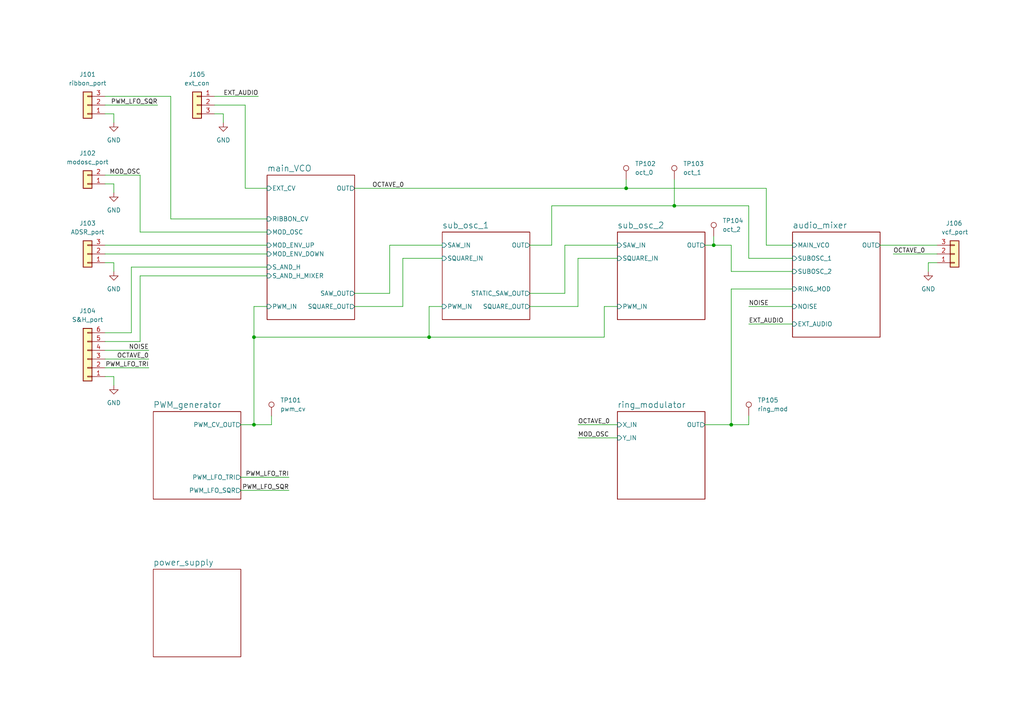
<source format=kicad_sch>
(kicad_sch (version 20211123) (generator eeschema)
  (paper "A4")
  (title_block (title "Josh Ox Ribon Synth Main VCO board") (date "2022-06-18") (rev "0") (comment 2 "creativecommons.org/licences/by/4.0") (comment 3 "license: CC by 4.0") (comment 4 "Author: Jordan Acete"))
  (lib_symbols
    (symbol "Connector:TestPoint" (pin_numbers hide) (pin_names (offset 0.762) hide)
      (property "Reference" "TP" (at 0 6.858 0))
      (property "Value" "TestPoint" (at 0 5.08 0))
      (symbol "TestPoint_0_1"
        (circle (center 0 3.302) (radius 0.762))
      )
      (symbol "TestPoint_1_1"
        (pin passive line (at 0 0 90) (length 2.54) (name "1") (number "1"))
      )
    )
    (symbol "Connector_Generic:Conn_01x02" (pin_names (offset 1.016) hide)
      (property "Reference" "J" (at 0 2.54 0))
      (property "Value" "Conn_01x02" (at 0 -5.08 0))
      (symbol "Conn_01x02_1_1"
        (rectangle (start -1.27 -2.413) (end 0 -2.667) (stroke (width 0.1524)))
        (rectangle (start -1.27 0.127) (end 0 -0.127) (stroke (width 0.1524)))
        (rectangle (start -1.27 1.27) (end 1.27 -3.81) (stroke (width 0.254)) (fill (type background)))
        (pin passive line (at -5.08 0 0) (length 3.81) (name "Pin_1") (number "1"))
        (pin passive line (at -5.08 -2.54 0) (length 3.81) (name "Pin_2") (number "2"))
      )
    )
    (symbol "Connector_Generic:Conn_01x03" (pin_names (offset 1.016) hide)
      (property "Reference" "J" (at 0 5.08 0))
      (property "Value" "Conn_01x03" (at 0 -5.08 0))
      (symbol "Conn_01x03_1_1"
        (rectangle (start -1.27 -2.413) (end 0 -2.667) (stroke (width 0.1524)))
        (rectangle (start -1.27 0.127) (end 0 -0.127) (stroke (width 0.1524)))
        (rectangle (start -1.27 2.667) (end 0 2.413) (stroke (width 0.1524)))
        (rectangle (start -1.27 3.81) (end 1.27 -3.81) (stroke (width 0.254)) (fill (type background)))
        (pin passive line (at -5.08 2.54 0) (length 3.81) (name "Pin_1") (number "1"))
        (pin passive line (at -5.08 0 0) (length 3.81) (name "Pin_2") (number "2"))
        (pin passive line (at -5.08 -2.54 0) (length 3.81) (name "Pin_3") (number "3"))
      )
    )
    (symbol "Connector_Generic:Conn_01x06" (pin_names (offset 1.016) hide)
      (property "Reference" "J" (at 0 7.62 0))
      (property "Value" "Conn_01x06" (at 0 -10.16 0))
      (symbol "Conn_01x06_1_1"
        (rectangle (start -1.27 -7.493) (end 0 -7.747) (stroke (width 0.1524)))
        (rectangle (start -1.27 -4.953) (end 0 -5.207) (stroke (width 0.1524)))
        (rectangle (start -1.27 -2.413) (end 0 -2.667) (stroke (width 0.1524)))
        (rectangle (start -1.27 0.127) (end 0 -0.127) (stroke (width 0.1524)))
        (rectangle (start -1.27 2.667) (end 0 2.413) (stroke (width 0.1524)))
        (rectangle (start -1.27 5.207) (end 0 4.953) (stroke (width 0.1524)))
        (rectangle (start -1.27 6.35) (end 1.27 -8.89) (stroke (width 0.254)) (fill (type background)))
        (pin passive line (at -5.08 5.08 0) (length 3.81) (name "Pin_1") (number "1"))
        (pin passive line (at -5.08 2.54 0) (length 3.81) (name "Pin_2") (number "2"))
        (pin passive line (at -5.08 0 0) (length 3.81) (name "Pin_3") (number "3"))
        (pin passive line (at -5.08 -2.54 0) (length 3.81) (name "Pin_4") (number "4"))
        (pin passive line (at -5.08 -5.08 0) (length 3.81) (name "Pin_5") (number "5"))
        (pin passive line (at -5.08 -7.62 0) (length 3.81) (name "Pin_6") (number "6"))
      )
    )
    (symbol "power:GND" (power) (pin_names (offset 0))
      (property "Value" "GND" (at 0 -3.81 0))
      (symbol "GND_0_1"
        (polyline (pts (xy 0 0) (xy 0 -1.27) (xy 1.27 -1.27) (xy 0 -2.54) (xy -1.27 -1.27) (xy 0 -1.27)))
      )
      (symbol "GND_1_1"
        (pin power_in line (at 0 0 270) (length 0) hide (name "GND") (number "1"))
      )
    )
  )
  (junction (at 207.01 71.12))
  (junction (at 181.61 54.61))
  (junction (at 73.66 123.19))
  (junction (at 124.46 97.79))
  (junction (at 212.09 123.19))
  (junction (at 195.58 59.69))
  (junction (at 73.66 97.79))
  (wire (pts (xy 33.02 35.56) (xy 33.02 33.02)))
  (wire (pts (xy 74.93 27.94) (xy 62.23 27.94)))
  (wire (pts (xy 113.03 71.12) (xy 128.27 71.12)))
  (wire (pts (xy 195.58 52.07) (xy 195.58 59.69)))
  (wire (pts (xy 217.17 123.19) (xy 212.09 123.19)))
  (wire (pts (xy 38.1 77.47) (xy 77.47 77.47)))
  (wire (pts (xy 30.48 99.06) (xy 40.64 99.06)))
  (wire (pts (xy 33.02 76.2) (xy 30.48 76.2)))
  (wire (pts (xy 128.27 88.9) (xy 124.46 88.9)))
  (wire (pts (xy 116.84 88.9) (xy 116.84 74.93)))
  (wire (pts (xy 102.87 54.61) (xy 181.61 54.61)))
  (wire (pts (xy 269.24 78.74) (xy 269.24 76.2)))
  (wire (pts (xy 33.02 111.76) (xy 33.02 109.22)))
  (wire (pts (xy 102.87 88.9) (xy 116.84 88.9)))
  (wire (pts (xy 49.53 27.94) (xy 30.48 27.94)))
  (wire (pts (xy 33.02 78.74) (xy 33.02 76.2)))
  (wire (pts (xy 73.66 97.79) (xy 124.46 97.79)))
  (wire (pts (xy 163.83 85.09) (xy 163.83 71.12)))
  (wire (pts (xy 167.64 74.93) (xy 179.07 74.93)))
  (wire (pts (xy 49.53 63.5) (xy 49.53 27.94)))
  (wire (pts (xy 64.77 33.02) (xy 62.23 33.02)))
  (wire (pts (xy 207.01 68.58) (xy 207.01 71.12)))
  (wire (pts (xy 69.85 142.24) (xy 83.82 142.24)))
  (wire (pts (xy 212.09 78.74) (xy 212.09 71.12)))
  (wire (pts (xy 167.64 123.19) (xy 179.07 123.19)))
  (wire (pts (xy 181.61 52.07) (xy 181.61 54.61)))
  (wire (pts (xy 77.47 67.31) (xy 40.64 67.31)))
  (wire (pts (xy 207.01 71.12) (xy 204.47 71.12)))
  (wire (pts (xy 69.85 138.43) (xy 83.82 138.43)))
  (wire (pts (xy 102.87 85.09) (xy 113.03 85.09)))
  (wire (pts (xy 116.84 74.93) (xy 128.27 74.93)))
  (wire (pts (xy 222.25 71.12) (xy 222.25 54.61)))
  (wire (pts (xy 69.85 123.19) (xy 73.66 123.19)))
  (wire (pts (xy 195.58 59.69) (xy 160.02 59.69)))
  (wire (pts (xy 153.67 85.09) (xy 163.83 85.09)))
  (wire (pts (xy 160.02 59.69) (xy 160.02 71.12)))
  (wire (pts (xy 229.87 74.93) (xy 217.17 74.93)))
  (wire (pts (xy 64.77 35.56) (xy 64.77 33.02)))
  (wire (pts (xy 33.02 109.22) (xy 30.48 109.22)))
  (wire (pts (xy 229.87 78.74) (xy 212.09 78.74)))
  (wire (pts (xy 229.87 71.12) (xy 222.25 71.12)))
  (wire (pts (xy 30.48 96.52) (xy 38.1 96.52)))
  (wire (pts (xy 175.26 97.79) (xy 175.26 88.9)))
  (wire (pts (xy 73.66 88.9) (xy 73.66 97.79)))
  (wire (pts (xy 40.64 67.31) (xy 40.64 50.8)))
  (wire (pts (xy 73.66 123.19) (xy 78.74 123.19)))
  (wire (pts (xy 40.64 99.06) (xy 40.64 80.01)))
  (wire (pts (xy 175.26 88.9) (xy 179.07 88.9)))
  (wire (pts (xy 217.17 59.69) (xy 195.58 59.69)))
  (wire (pts (xy 212.09 123.19) (xy 212.09 83.82)))
  (wire (pts (xy 77.47 63.5) (xy 49.53 63.5)))
  (wire (pts (xy 30.48 71.12) (xy 77.47 71.12)))
  (wire (pts (xy 259.08 73.66) (xy 271.78 73.66)))
  (wire (pts (xy 217.17 88.9) (xy 229.87 88.9)))
  (wire (pts (xy 71.12 54.61) (xy 71.12 30.48)))
  (wire (pts (xy 38.1 96.52) (xy 38.1 77.47)))
  (wire (pts (xy 153.67 88.9) (xy 167.64 88.9)))
  (wire (pts (xy 33.02 55.88) (xy 33.02 53.34)))
  (wire (pts (xy 77.47 54.61) (xy 71.12 54.61)))
  (wire (pts (xy 33.02 53.34) (xy 30.48 53.34)))
  (wire (pts (xy 212.09 71.12) (xy 207.01 71.12)))
  (wire (pts (xy 33.02 33.02) (xy 30.48 33.02)))
  (wire (pts (xy 71.12 30.48) (xy 62.23 30.48)))
  (wire (pts (xy 30.48 73.66) (xy 77.47 73.66)))
  (wire (pts (xy 124.46 88.9) (xy 124.46 97.79)))
  (wire (pts (xy 78.74 120.65) (xy 78.74 123.19)))
  (wire (pts (xy 269.24 76.2) (xy 271.78 76.2)))
  (wire (pts (xy 163.83 71.12) (xy 179.07 71.12)))
  (wire (pts (xy 160.02 71.12) (xy 153.67 71.12)))
  (wire (pts (xy 77.47 88.9) (xy 73.66 88.9)))
  (wire (pts (xy 124.46 97.79) (xy 175.26 97.79)))
  (wire (pts (xy 181.61 54.61) (xy 222.25 54.61)))
  (wire (pts (xy 217.17 93.98) (xy 229.87 93.98)))
  (wire (pts (xy 255.27 71.12) (xy 271.78 71.12)))
  (wire (pts (xy 40.64 80.01) (xy 77.47 80.01)))
  (wire (pts (xy 113.03 85.09) (xy 113.03 71.12)))
  (wire (pts (xy 30.48 106.68) (xy 43.18 106.68)))
  (wire (pts (xy 30.48 104.14) (xy 43.18 104.14)))
  (wire (pts (xy 212.09 83.82) (xy 229.87 83.82)))
  (wire (pts (xy 217.17 74.93) (xy 217.17 59.69)))
  (wire (pts (xy 40.64 50.8) (xy 30.48 50.8)))
  (wire (pts (xy 204.47 123.19) (xy 212.09 123.19)))
  (wire (pts (xy 167.64 88.9) (xy 167.64 74.93)))
  (wire (pts (xy 30.48 30.48) (xy 45.72 30.48)))
  (wire (pts (xy 30.48 101.6) (xy 43.18 101.6)))
  (wire (pts (xy 73.66 123.19) (xy 73.66 97.79)))
  (wire (pts (xy 167.64 127) (xy 179.07 127)))
  (wire (pts (xy 217.17 120.65) (xy 217.17 123.19)))
  (label "PWM_LFO_SQR" (at 83.82 142.24 180))
  (label "EXT_AUDIO" (at 217.17 93.98 0))
  (label "EXT_AUDIO" (at 74.93 27.94 180))
  (label "OCTAVE_0" (at 167.64 123.19 0))
  (label "MOD_OSC" (at 31.75 50.8 0))
  (label "NOISE" (at 43.18 101.6 180))
  (label "NOISE" (at 217.17 88.9 0))
  (label "OCTAVE_0" (at 43.18 104.14 180))
  (label "PWM_LFO_SQR" (at 45.72 30.48 180))
  (label "OCTAVE_0" (at 259.08 73.66 0))
  (label "PWM_LFO_TRI" (at 83.82 138.43 180))
  (label "MOD_OSC" (at 167.64 127 0))
  (label "OCTAVE_0" (at 107.95 54.61 0))
  (label "PWM_LFO_TRI" (at 43.18 106.68 180))
  (symbol (lib_id "power:GND") (at 33.02 111.76 0) (unit 1)
    (property "Reference" "#PWR0104" (effects hide))
    (property "Value" "GND" (at 33.02 116.84 0))
  )
  (symbol (lib_id "power:GND") (at 33.02 35.56 0) (unit 1)
    (property "Reference" "#PWR0101" (effects hide))
    (property "Value" "GND" (at 33.02 40.64 0))
  )
  (symbol (lib_id "Connector_Generic:Conn_01x03") (at 276.86 73.66 0) (mirror x) (unit 1)
    (property "Reference" "J106" (at 274.32 64.77 0) (effects (justify left)))
    (property "Value" "vcf_port" (at 273.05 67.31 0) (effects (justify left)))
    (property "Footprint" "Connector_Molex:Molex_KK-254_AE-6410-03A_1x03_P2.54mm_Vertical" (effects hide))
  )
  (symbol (lib_id "Connector_Generic:Conn_01x06") (at 25.4 104.14 180) (unit 1)
    (property "Reference" "J104" (at 25.4 90.17 0))
    (property "Value" "S&H_port" (at 25.4 92.71 0))
    (property "Footprint" "Connector_Molex:Molex_KK-254_AE-6410-06A_1x06_P2.54mm_Vertical" (effects hide))
  )
  (symbol (lib_id "Connector_Generic:Conn_01x02") (at 25.4 53.34 180) (unit 1)
    (property "Reference" "J102" (at 25.4 44.45 0))
    (property "Value" "modosc_port" (at 25.4 46.99 0))
    (property "Footprint" "Connector_Molex:Molex_KK-254_AE-6410-02A_1x02_P2.54mm_Vertical" (effects hide))
  )
  (symbol (lib_id "Connector:TestPoint") (at 181.61 52.07 0) (unit 1) (in_bom no)
    (property "Reference" "TP102" (at 184.15 47.4979 0) (effects (justify left)))
    (property "Value" "oct_0" (at 184.15 50.0379 0) (effects (justify left)))
    (property "Footprint" "TestPoint:TestPoint_Keystone_5000-5004_Miniature" (effects hide))
  )
  (symbol (lib_id "Connector_Generic:Conn_01x03") (at 25.4 30.48 180) (unit 1)
    (property "Reference" "J101" (at 25.4 21.59 0))
    (property "Value" "ribbon_port" (at 25.4 24.13 0))
    (property "Footprint" "Connector_Molex:Molex_KK-254_AE-6410-03A_1x03_P2.54mm_Vertical" (effects hide))
  )
  (symbol (lib_id "power:GND") (at 269.24 78.74 0) (mirror y) (unit 1)
    (property "Reference" "#PWR0106" (effects hide))
    (property "Value" "GND" (at 269.24 83.82 0))
  )
  (symbol (lib_id "Connector_Generic:Conn_01x03") (at 57.15 30.48 0) (mirror y) (unit 1)
    (property "Reference" "J105" (at 57.15 21.59 0))
    (property "Value" "ext_con" (at 57.15 24.13 0))
    (property "Footprint" "Connector_Molex:Molex_KK-254_AE-6410-03A_1x03_P2.54mm_Vertical" (effects hide))
  )
  (symbol (lib_id "Connector:TestPoint") (at 207.01 68.58 0) (unit 1) (in_bom no)
    (property "Reference" "TP104" (at 209.55 64.0079 0) (effects (justify left)))
    (property "Value" "oct_2" (at 209.55 66.5479 0) (effects (justify left)))
    (property "Footprint" "TestPoint:TestPoint_Keystone_5000-5004_Miniature" (effects hide))
  )
  (symbol (lib_id "Connector:TestPoint") (at 217.17 120.65 0) (unit 1) (in_bom no)
    (property "Reference" "TP105" (at 219.71 116.0779 0) (effects (justify left)))
    (property "Value" "ring_mod" (at 219.71 118.6179 0) (effects (justify left)))
    (property "Footprint" "TestPoint:TestPoint_Keystone_5000-5004_Miniature" (effects hide))
  )
  (symbol (lib_id "power:GND") (at 33.02 55.88 0) (unit 1)
    (property "Reference" "#PWR0102" (effects hide))
    (property "Value" "GND" (at 33.02 60.96 0))
  )
  (symbol (lib_id "Connector:TestPoint") (at 78.74 120.65 0) (unit 1) (in_bom no)
    (property "Reference" "TP101" (at 81.28 116.0779 0) (effects (justify left)))
    (property "Value" "pwm_cv" (at 81.28 118.6179 0) (effects (justify left)))
    (property "Footprint" "TestPoint:TestPoint_Keystone_5000-5004_Miniature" (effects hide))
  )
  (symbol (lib_id "power:GND") (at 33.02 78.74 0) (unit 1)
    (property "Reference" "#PWR0103" (effects hide))
    (property "Value" "GND" (at 33.02 83.82 0))
  )
  (symbol (lib_id "Connector:TestPoint") (at 195.58 52.07 0) (unit 1) (in_bom no)
    (property "Reference" "TP103" (at 198.12 47.4979 0) (effects (justify left)))
    (property "Value" "oct_1" (at 198.12 50.0379 0) (effects (justify left)))
    (property "Footprint" "TestPoint:TestPoint_Keystone_5000-5004_Miniature" (effects hide))
  )
  (symbol (lib_id "power:GND") (at 64.77 35.56 0) (unit 1)
    (property "Reference" "#PWR0105" (effects hide))
    (property "Value" "GND" (at 64.77 40.64 0))
  )
  (symbol (lib_id "Connector_Generic:Conn_01x03") (at 25.4 73.66 180) (unit 1)
    (property "Reference" "J103" (at 25.4 64.77 0))
    (property "Value" "ADSR_port" (at 25.4 67.31 0))
    (property "Footprint" "Connector_Molex:Molex_KK-254_AE-6410-03A_1x03_P2.54mm_Vertical" (effects hide))
  )
  (sheet (at 44.45 165.1) (size 25.4 25.4) (stroke (width 0.1524))
    (property "Sheet name" "power_supply" (at 44.45 164.1484 0) (effects (font (size 1.75 1.75)) (justify left bottom)))
    (property "Sheet file" "power_supply.kicad_sch" (effects hide))
  )
  (sheet (at 179.07 119.38) (size 25.4 25.4) (stroke (width 0.1524))
    (property "Sheet name" "ring_modulator" (at 179.07 118.4284 0) (effects (font (size 1.75 1.75)) (justify left bottom)))
    (property "Sheet file" "ring_modulator.kicad_sch" (effects hide))
    (pin "X_IN" input (at 179.07 123.19 180))
    (pin "Y_IN" input (at 179.07 127 180))
    (pin "OUT" output (at 204.47 123.19 0))
  )
  (sheet (at 77.47 50.8) (size 25.4 41.91) (stroke (width 0.1524))
    (property "Sheet name" "main_VCO" (at 77.47 49.8484 0) (effects (font (size 1.75 1.75)) (justify left bottom)))
    (property "Sheet file" "main_VCO.kicad_sch" (effects hide))
    (pin "PWM_IN" input (at 77.47 88.9 180))
    (pin "SAW_OUT" output (at 102.87 85.09 0))
    (pin "SQUARE_OUT" output (at 102.87 88.9 0))
    (pin "OUT" output (at 102.87 54.61 0))
    (pin "MOD_ENV_UP" input (at 77.47 71.12 180))
    (pin "S_AND_H" input (at 77.47 77.47 180))
    (pin "RIBBON_CV" input (at 77.47 63.5 180))
    (pin "MOD_ENV_DOWN" input (at 77.47 73.66 180))
    (pin "EXT_CV" input (at 77.47 54.61 180))
    (pin "MOD_OSC" input (at 77.47 67.31 180))
    (pin "S_AND_H_MIXER" input (at 77.47 80.01 180))
  )
  (sheet (at 128.27 67.31) (size 25.4 25.4) (stroke (width 0.1524))
    (property "Sheet name" "sub_osc_1" (at 128.27 66.3584 0) (effects (font (size 1.75 1.75)) (justify left bottom)))
    (property "Sheet file" "sub_osc_1.kicad_sch" (effects hide))
    (pin "SAW_IN" input (at 128.27 71.12 180))
    (pin "PWM_IN" input (at 128.27 88.9 180))
    (pin "SQUARE_OUT" output (at 153.67 88.9 0))
    (pin "SQUARE_IN" input (at 128.27 74.93 180))
    (pin "STATIC_SAW_OUT" output (at 153.67 85.09 0))
    (pin "OUT" output (at 153.67 71.12 0))
  )
  (sheet (at 179.07 67.31) (size 25.4 25.4) (stroke (width 0.1524))
    (property "Sheet name" "sub_osc_2" (at 179.07 66.3584 0) (effects (font (size 1.75 1.75)) (justify left bottom)))
    (property "Sheet file" "sub_osc_2.kicad_sch" (effects hide))
    (pin "SAW_IN" input (at 179.07 71.12 180))
    (pin "PWM_IN" input (at 179.07 88.9 180))
    (pin "SQUARE_IN" input (at 179.07 74.93 180))
    (pin "OUT" output (at 204.47 71.12 0))
  )
  (sheet (at 44.45 119.38) (size 25.4 25.4) (stroke (width 0.1524))
    (property "Sheet name" "PWM_generator" (at 44.45 118.4284 0) (effects (font (size 1.75 1.75)) (justify left bottom)))
    (property "Sheet file" "PWM_generator.kicad_sch" (effects hide))
    (pin "PWM_CV_OUT" output (at 69.85 123.19 0))
    (pin "PWM_LFO_SQR" output (at 69.85 142.24 0))
    (pin "PWM_LFO_TRI" output (at 69.85 138.43 0))
  )
  (sheet (at 229.87 67.31) (size 25.4 30.48) (stroke (width 0.1524))
    (property "Sheet name" "audio_mixer" (at 229.87 66.3584 0) (effects (font (size 1.75 1.75)) (justify left bottom)))
    (property "Sheet file" "audio_mixer.kicad_sch" (effects hide))
    (pin "OUT" output (at 255.27 71.12 0))
    (pin "SUBOSC_1" input (at 229.87 74.93 180))
    (pin "SUBOSC_2" input (at 229.87 78.74 180))
    (pin "MAIN_VCO" input (at 229.87 71.12 180))
    (pin "RING_MOD" input (at 229.87 83.82 180))
    (pin "EXT_AUDIO" input (at 229.87 93.98 180))
    (pin "NOISE" input (at 229.87 88.9 180))
  )
)
</source>
